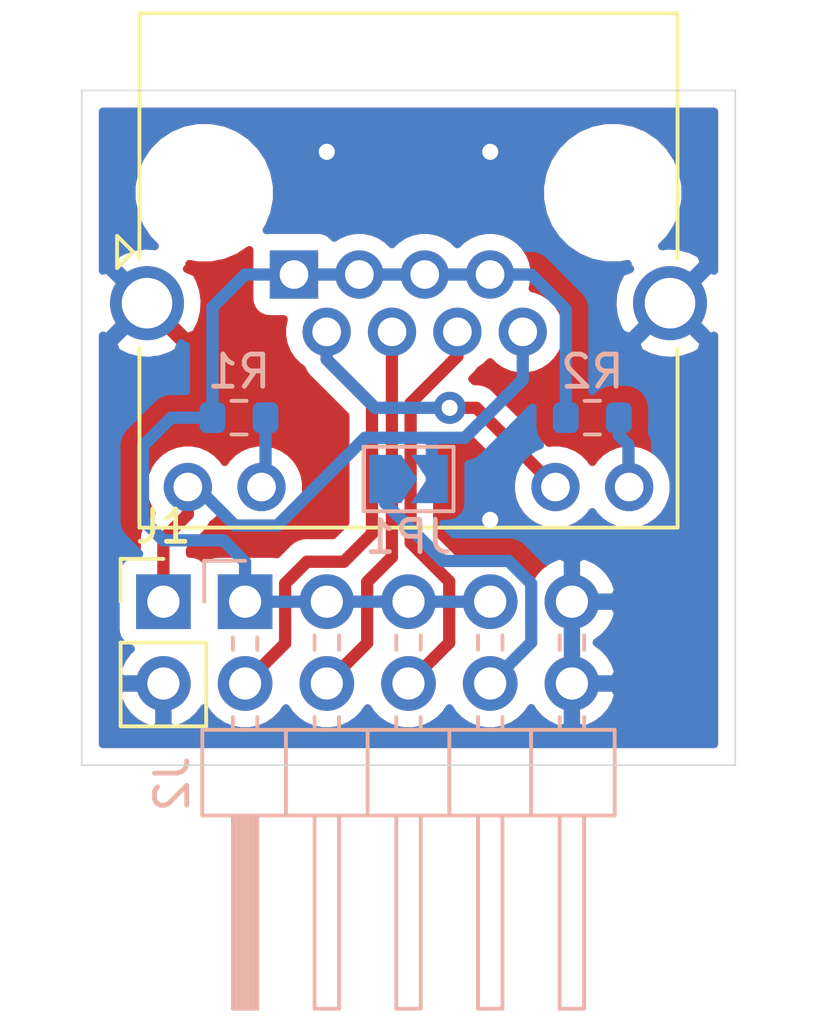
<source format=kicad_pcb>
(kicad_pcb (version 20171130) (host pcbnew "(5.1.10)-1")

  (general
    (thickness 1.6)
    (drawings 4)
    (tracks 72)
    (zones 0)
    (modules 6)
    (nets 10)
  )

  (page A4)
  (layers
    (0 F.Cu signal)
    (31 B.Cu signal)
    (32 B.Adhes user)
    (33 F.Adhes user)
    (34 B.Paste user)
    (35 F.Paste user)
    (36 B.SilkS user hide)
    (37 F.SilkS user hide)
    (38 B.Mask user)
    (39 F.Mask user)
    (40 Dwgs.User user)
    (41 Cmts.User user)
    (42 Eco1.User user)
    (43 Eco2.User user)
    (44 Edge.Cuts user)
    (45 Margin user)
    (46 B.CrtYd user)
    (47 F.CrtYd user)
    (48 B.Fab user hide)
    (49 F.Fab user hide)
  )

  (setup
    (last_trace_width 0.381)
    (user_trace_width 0.254)
    (user_trace_width 0.3048)
    (user_trace_width 0.381)
    (user_trace_width 0.508)
    (user_trace_width 0.762)
    (user_trace_width 1.27)
    (trace_clearance 0.2)
    (zone_clearance 0.508)
    (zone_45_only no)
    (trace_min 0.2)
    (via_size 0.8)
    (via_drill 0.4)
    (via_min_size 0.4)
    (via_min_drill 0.3)
    (user_via 0.8 0.4)
    (user_via 1 0.5)
    (user_via 1.5 0.75)
    (uvia_size 0.3)
    (uvia_drill 0.1)
    (uvias_allowed no)
    (uvia_min_size 0.2)
    (uvia_min_drill 0.1)
    (edge_width 0.05)
    (segment_width 0.2)
    (pcb_text_width 0.3)
    (pcb_text_size 1.5 1.5)
    (mod_edge_width 0.12)
    (mod_text_size 1 1)
    (mod_text_width 0.15)
    (pad_size 1.7 1.7)
    (pad_drill 1)
    (pad_to_mask_clearance 0)
    (aux_axis_origin 0 0)
    (visible_elements FFFFFF7F)
    (pcbplotparams
      (layerselection 0x010fc_ffffffff)
      (usegerberextensions false)
      (usegerberattributes true)
      (usegerberadvancedattributes true)
      (creategerberjobfile true)
      (excludeedgelayer true)
      (linewidth 0.100000)
      (plotframeref false)
      (viasonmask false)
      (mode 1)
      (useauxorigin false)
      (hpglpennumber 1)
      (hpglpenspeed 20)
      (hpglpendiameter 15.000000)
      (psnegative false)
      (psa4output false)
      (plotreference true)
      (plotvalue true)
      (plotinvisibletext false)
      (padsonsilk false)
      (subtractmaskfromsilk false)
      (outputformat 1)
      (mirror false)
      (drillshape 1)
      (scaleselection 1)
      (outputdirectory ""))
  )

  (net 0 "")
  (net 1 GND)
  (net 2 SPARE)
  (net 3 "Net-(J2-Pad8)")
  (net 4 vdrive)
  (net 5 DIR)
  (net 6 STEP)
  (net 7 EN)
  (net 8 "Net-(J3-Pad12)")
  (net 9 "Net-(J3-Pad10)")

  (net_class Default "This is the default net class."
    (clearance 0.2)
    (trace_width 0.25)
    (via_dia 0.8)
    (via_drill 0.4)
    (uvia_dia 0.3)
    (uvia_drill 0.1)
    (add_net DIR)
    (add_net EN)
    (add_net GND)
    (add_net "Net-(J2-Pad8)")
    (add_net "Net-(J3-Pad10)")
    (add_net "Net-(J3-Pad12)")
    (add_net SPARE)
    (add_net STEP)
    (add_net vdrive)
  )

  (module Resistor_SMD:R_0603_1608Metric (layer B.Cu) (tedit 5F68FEEE) (tstamp 61885634)
    (at 231.775 104.775 180)
    (descr "Resistor SMD 0603 (1608 Metric), square (rectangular) end terminal, IPC_7351 nominal, (Body size source: IPC-SM-782 page 72, https://www.pcb-3d.com/wordpress/wp-content/uploads/ipc-sm-782a_amendment_1_and_2.pdf), generated with kicad-footprint-generator")
    (tags resistor)
    (path /618A340C)
    (attr smd)
    (fp_text reference R2 (at 0 1.43) (layer B.SilkS)
      (effects (font (size 1 1) (thickness 0.15)) (justify mirror))
    )
    (fp_text value 1k (at 0 -1.43) (layer B.Fab)
      (effects (font (size 1 1) (thickness 0.15)) (justify mirror))
    )
    (fp_text user %R (at 0 0) (layer B.Fab)
      (effects (font (size 0.4 0.4) (thickness 0.06)) (justify mirror))
    )
    (fp_line (start -0.8 -0.4125) (end -0.8 0.4125) (layer B.Fab) (width 0.1))
    (fp_line (start -0.8 0.4125) (end 0.8 0.4125) (layer B.Fab) (width 0.1))
    (fp_line (start 0.8 0.4125) (end 0.8 -0.4125) (layer B.Fab) (width 0.1))
    (fp_line (start 0.8 -0.4125) (end -0.8 -0.4125) (layer B.Fab) (width 0.1))
    (fp_line (start -0.237258 0.5225) (end 0.237258 0.5225) (layer B.SilkS) (width 0.12))
    (fp_line (start -0.237258 -0.5225) (end 0.237258 -0.5225) (layer B.SilkS) (width 0.12))
    (fp_line (start -1.48 -0.73) (end -1.48 0.73) (layer B.CrtYd) (width 0.05))
    (fp_line (start -1.48 0.73) (end 1.48 0.73) (layer B.CrtYd) (width 0.05))
    (fp_line (start 1.48 0.73) (end 1.48 -0.73) (layer B.CrtYd) (width 0.05))
    (fp_line (start 1.48 -0.73) (end -1.48 -0.73) (layer B.CrtYd) (width 0.05))
    (pad 2 smd roundrect (at 0.825 0 180) (size 0.8 0.95) (layers B.Cu B.Paste B.Mask) (roundrect_rratio 0.25)
      (net 4 vdrive))
    (pad 1 smd roundrect (at -0.825 0 180) (size 0.8 0.95) (layers B.Cu B.Paste B.Mask) (roundrect_rratio 0.25)
      (net 8 "Net-(J3-Pad12)"))
    (model ${KISYS3DMOD}/Resistor_SMD.3dshapes/R_0603_1608Metric.wrl
      (at (xyz 0 0 0))
      (scale (xyz 1 1 1))
      (rotate (xyz 0 0 0))
    )
  )

  (module Resistor_SMD:R_0603_1608Metric (layer B.Cu) (tedit 5F68FEEE) (tstamp 61885623)
    (at 220.79 104.775 180)
    (descr "Resistor SMD 0603 (1608 Metric), square (rectangular) end terminal, IPC_7351 nominal, (Body size source: IPC-SM-782 page 72, https://www.pcb-3d.com/wordpress/wp-content/uploads/ipc-sm-782a_amendment_1_and_2.pdf), generated with kicad-footprint-generator")
    (tags resistor)
    (path /618A15E4)
    (attr smd)
    (fp_text reference R1 (at 0 1.43) (layer B.SilkS)
      (effects (font (size 1 1) (thickness 0.15)) (justify mirror))
    )
    (fp_text value 1k (at 0 -1.43) (layer B.Fab)
      (effects (font (size 1 1) (thickness 0.15)) (justify mirror))
    )
    (fp_text user %R (at 0 0) (layer B.Fab)
      (effects (font (size 0.4 0.4) (thickness 0.06)) (justify mirror))
    )
    (fp_line (start -0.8 -0.4125) (end -0.8 0.4125) (layer B.Fab) (width 0.1))
    (fp_line (start -0.8 0.4125) (end 0.8 0.4125) (layer B.Fab) (width 0.1))
    (fp_line (start 0.8 0.4125) (end 0.8 -0.4125) (layer B.Fab) (width 0.1))
    (fp_line (start 0.8 -0.4125) (end -0.8 -0.4125) (layer B.Fab) (width 0.1))
    (fp_line (start -0.237258 0.5225) (end 0.237258 0.5225) (layer B.SilkS) (width 0.12))
    (fp_line (start -0.237258 -0.5225) (end 0.237258 -0.5225) (layer B.SilkS) (width 0.12))
    (fp_line (start -1.48 -0.73) (end -1.48 0.73) (layer B.CrtYd) (width 0.05))
    (fp_line (start -1.48 0.73) (end 1.48 0.73) (layer B.CrtYd) (width 0.05))
    (fp_line (start 1.48 0.73) (end 1.48 -0.73) (layer B.CrtYd) (width 0.05))
    (fp_line (start 1.48 -0.73) (end -1.48 -0.73) (layer B.CrtYd) (width 0.05))
    (pad 2 smd roundrect (at 0.825 0 180) (size 0.8 0.95) (layers B.Cu B.Paste B.Mask) (roundrect_rratio 0.25)
      (net 4 vdrive))
    (pad 1 smd roundrect (at -0.825 0 180) (size 0.8 0.95) (layers B.Cu B.Paste B.Mask) (roundrect_rratio 0.25)
      (net 9 "Net-(J3-Pad10)"))
    (model ${KISYS3DMOD}/Resistor_SMD.3dshapes/R_0603_1608Metric.wrl
      (at (xyz 0 0 0))
      (scale (xyz 1 1 1))
      (rotate (xyz 0 0 0))
    )
  )

  (module Jumper:SolderJumper-2_P1.3mm_Open_TrianglePad1.0x1.5mm (layer B.Cu) (tedit 5A64794F) (tstamp 61885612)
    (at 226.06 106.68)
    (descr "SMD Solder Jumper, 1x1.5mm Triangular Pads, 0.3mm gap, open")
    (tags "solder jumper open")
    (path /618AD4CF)
    (attr virtual)
    (fp_text reference JP1 (at 0 1.8) (layer B.SilkS)
      (effects (font (size 1 1) (thickness 0.15)) (justify mirror))
    )
    (fp_text value SolderJumper_2_Open (at 0 -1.9) (layer B.Fab)
      (effects (font (size 1 1) (thickness 0.15)) (justify mirror))
    )
    (fp_line (start -1.4 -1) (end -1.4 1) (layer B.SilkS) (width 0.12))
    (fp_line (start 1.4 -1) (end -1.4 -1) (layer B.SilkS) (width 0.12))
    (fp_line (start 1.4 1) (end 1.4 -1) (layer B.SilkS) (width 0.12))
    (fp_line (start -1.4 1) (end 1.4 1) (layer B.SilkS) (width 0.12))
    (fp_line (start -1.65 1.25) (end 1.65 1.25) (layer B.CrtYd) (width 0.05))
    (fp_line (start -1.65 1.25) (end -1.65 -1.25) (layer B.CrtYd) (width 0.05))
    (fp_line (start 1.65 -1.25) (end 1.65 1.25) (layer B.CrtYd) (width 0.05))
    (fp_line (start 1.65 -1.25) (end -1.65 -1.25) (layer B.CrtYd) (width 0.05))
    (pad 1 smd custom (at -0.725 0) (size 0.3 0.3) (layers B.Cu B.Mask)
      (net 3 "Net-(J2-Pad8)") (zone_connect 2)
      (options (clearance outline) (anchor rect))
      (primitives
        (gr_poly (pts
           (xy -0.5 0.75) (xy 0.5 0.75) (xy 1 0) (xy 0.5 -0.75) (xy -0.5 -0.75)
) (width 0))
      ))
    (pad 2 smd custom (at 0.725 0) (size 0.3 0.3) (layers B.Cu B.Mask)
      (net 2 SPARE) (zone_connect 2)
      (options (clearance outline) (anchor rect))
      (primitives
        (gr_poly (pts
           (xy -0.65 0.75) (xy 0.5 0.75) (xy 0.5 -0.75) (xy -0.65 -0.75) (xy -0.15 0)
) (width 0))
      ))
  )

  (module Connector_RJ:RJ45_Amphenol_RJHSE538X (layer F.Cu) (tedit 5DC089DA) (tstamp 61885604)
    (at 222.5 100.33)
    (descr "Shielded, 2 LED, https://www.amphenolcanada.com/ProductSearch/drawings/AC/RJHSE538X.pdf")
    (tags "RJ45 8p8c ethernet cat5")
    (path /61899824)
    (fp_text reference J3 (at 3.56 -9.5) (layer F.SilkS)
      (effects (font (size 1 1) (thickness 0.15)))
    )
    (fp_text value RJ45_LED_Shielded_x2 (at 3.56 9.5) (layer F.Fab)
      (effects (font (size 1 1) (thickness 0.15)))
    )
    (fp_text user %R (at 3.56 -6) (layer F.Fab)
      (effects (font (size 1 1) (thickness 0.15)))
    )
    (fp_line (start -4.695 -7) (end -4.695 7.75) (layer F.Fab) (width 0.1))
    (fp_line (start -4.695 7.75) (end 11.815 7.75) (layer F.Fab) (width 0.1))
    (fp_line (start -3.695 -8) (end 11.815 -8) (layer F.Fab) (width 0.1))
    (fp_line (start 11.815 -8) (end 11.815 7.75) (layer F.Fab) (width 0.1))
    (fp_line (start -4.805 -8.11) (end 11.925 -8.11) (layer F.SilkS) (width 0.12))
    (fp_line (start -4.805 -8.11) (end -4.805 -0.5) (layer F.SilkS) (width 0.12))
    (fp_line (start 11.925 -8.11) (end 11.925 -0.5) (layer F.SilkS) (width 0.12))
    (fp_line (start -4.805 7.86) (end 11.925 7.86) (layer F.SilkS) (width 0.12))
    (fp_line (start -4.805 7.86) (end -4.805 2.3) (layer F.SilkS) (width 0.12))
    (fp_line (start 11.925 7.86) (end 11.925 2.3) (layer F.SilkS) (width 0.12))
    (fp_line (start -4.695 -7) (end -3.695 -8) (layer F.Fab) (width 0.1))
    (fp_line (start -6.22 -8.5) (end 13.34 -8.5) (layer F.CrtYd) (width 0.05))
    (fp_line (start -6.22 -8.5) (end -6.22 8.25) (layer F.CrtYd) (width 0.05))
    (fp_line (start -6.22 8.25) (end 13.34 8.25) (layer F.CrtYd) (width 0.05))
    (fp_line (start 13.34 -8.5) (end 13.34 8.25) (layer F.CrtYd) (width 0.05))
    (fp_line (start -5 -0.7) (end -5.5 -0.2) (layer F.SilkS) (width 0.12))
    (fp_line (start -5.5 -0.2) (end -5.5 -1.2) (layer F.SilkS) (width 0.12))
    (fp_line (start -5.5 -1.2) (end -5 -0.7) (layer F.SilkS) (width 0.12))
    (pad 12 thru_hole circle (at 10.42 6.6) (size 1.5 1.5) (drill 0.89) (layers *.Cu *.Mask)
      (net 8 "Net-(J3-Pad12)"))
    (pad 11 thru_hole circle (at 8.13 6.6) (size 1.5 1.5) (drill 0.89) (layers *.Cu *.Mask)
      (net 7 EN))
    (pad 10 thru_hole circle (at -1.01 6.6) (size 1.5 1.5) (drill 0.89) (layers *.Cu *.Mask)
      (net 9 "Net-(J3-Pad10)"))
    (pad 9 thru_hole circle (at -3.3 6.6) (size 1.5 1.5) (drill 0.89) (layers *.Cu *.Mask)
      (net 2 SPARE))
    (pad SH thru_hole circle (at -4.57 0.89) (size 2.3 2.3) (drill 1.57) (layers *.Cu *.Mask)
      (net 1 GND))
    (pad SH thru_hole circle (at 11.69 0.89) (size 2.3 2.3) (drill 1.57) (layers *.Cu *.Mask)
      (net 1 GND))
    (pad "" np_thru_hole circle (at 9.91 -2.54) (size 3.25 3.25) (drill 3.25) (layers *.Cu *.Mask))
    (pad "" np_thru_hole circle (at -2.79 -2.54) (size 3.25 3.25) (drill 3.25) (layers *.Cu *.Mask))
    (pad 8 thru_hole circle (at 7.112 1.78) (size 1.5 1.5) (drill 0.89) (layers *.Cu *.Mask)
      (net 2 SPARE))
    (pad 6 thru_hole circle (at 5.08 1.78) (size 1.5 1.5) (drill 0.89) (layers *.Cu *.Mask)
      (net 5 DIR))
    (pad 4 thru_hole circle (at 3.048 1.78) (size 1.5 1.5) (drill 0.89) (layers *.Cu *.Mask)
      (net 6 STEP))
    (pad 2 thru_hole circle (at 1.016 1.78) (size 1.5 1.5) (drill 0.89) (layers *.Cu *.Mask)
      (net 7 EN))
    (pad 7 thru_hole circle (at 6.096 0) (size 1.5 1.5) (drill 0.89) (layers *.Cu *.Mask)
      (net 4 vdrive))
    (pad 5 thru_hole circle (at 4.064 0) (size 1.5 1.5) (drill 0.89) (layers *.Cu *.Mask)
      (net 4 vdrive))
    (pad 3 thru_hole circle (at 2.032 0) (size 1.5 1.5) (drill 0.89) (layers *.Cu *.Mask)
      (net 4 vdrive))
    (pad 1 thru_hole rect (at 0 0) (size 1.5 1.5) (drill 0.89) (layers *.Cu *.Mask)
      (net 4 vdrive))
    (model ${KISYS3DMOD}/Connector_RJ.3dshapes/RJ45_Amphenol_RJHSE538X.wrl
      (at (xyz 0 0 0))
      (scale (xyz 1 1 1))
      (rotate (xyz 0 0 0))
    )
  )

  (module Connector_PinHeader_2.54mm:PinHeader_2x05_P2.54mm_Horizontal (layer B.Cu) (tedit 59FED5CB) (tstamp 618855DD)
    (at 220.98 110.49 270)
    (descr "Through hole angled pin header, 2x05, 2.54mm pitch, 6mm pin length, double rows")
    (tags "Through hole angled pin header THT 2x05 2.54mm double row")
    (path /6188279D)
    (fp_text reference J2 (at 5.655 2.27 90) (layer B.SilkS)
      (effects (font (size 1 1) (thickness 0.15)) (justify mirror))
    )
    (fp_text value MAINBOARD (at 5.655 -12.43 90) (layer B.Fab)
      (effects (font (size 1 1) (thickness 0.15)) (justify mirror))
    )
    (fp_text user %R (at 5.31 -5.08 180) (layer B.Fab)
      (effects (font (size 1 1) (thickness 0.15)) (justify mirror))
    )
    (fp_line (start 4.675 1.27) (end 6.58 1.27) (layer B.Fab) (width 0.1))
    (fp_line (start 6.58 1.27) (end 6.58 -11.43) (layer B.Fab) (width 0.1))
    (fp_line (start 6.58 -11.43) (end 4.04 -11.43) (layer B.Fab) (width 0.1))
    (fp_line (start 4.04 -11.43) (end 4.04 0.635) (layer B.Fab) (width 0.1))
    (fp_line (start 4.04 0.635) (end 4.675 1.27) (layer B.Fab) (width 0.1))
    (fp_line (start -0.32 0.32) (end 4.04 0.32) (layer B.Fab) (width 0.1))
    (fp_line (start -0.32 0.32) (end -0.32 -0.32) (layer B.Fab) (width 0.1))
    (fp_line (start -0.32 -0.32) (end 4.04 -0.32) (layer B.Fab) (width 0.1))
    (fp_line (start 6.58 0.32) (end 12.58 0.32) (layer B.Fab) (width 0.1))
    (fp_line (start 12.58 0.32) (end 12.58 -0.32) (layer B.Fab) (width 0.1))
    (fp_line (start 6.58 -0.32) (end 12.58 -0.32) (layer B.Fab) (width 0.1))
    (fp_line (start -0.32 -2.22) (end 4.04 -2.22) (layer B.Fab) (width 0.1))
    (fp_line (start -0.32 -2.22) (end -0.32 -2.86) (layer B.Fab) (width 0.1))
    (fp_line (start -0.32 -2.86) (end 4.04 -2.86) (layer B.Fab) (width 0.1))
    (fp_line (start 6.58 -2.22) (end 12.58 -2.22) (layer B.Fab) (width 0.1))
    (fp_line (start 12.58 -2.22) (end 12.58 -2.86) (layer B.Fab) (width 0.1))
    (fp_line (start 6.58 -2.86) (end 12.58 -2.86) (layer B.Fab) (width 0.1))
    (fp_line (start -0.32 -4.76) (end 4.04 -4.76) (layer B.Fab) (width 0.1))
    (fp_line (start -0.32 -4.76) (end -0.32 -5.4) (layer B.Fab) (width 0.1))
    (fp_line (start -0.32 -5.4) (end 4.04 -5.4) (layer B.Fab) (width 0.1))
    (fp_line (start 6.58 -4.76) (end 12.58 -4.76) (layer B.Fab) (width 0.1))
    (fp_line (start 12.58 -4.76) (end 12.58 -5.4) (layer B.Fab) (width 0.1))
    (fp_line (start 6.58 -5.4) (end 12.58 -5.4) (layer B.Fab) (width 0.1))
    (fp_line (start -0.32 -7.3) (end 4.04 -7.3) (layer B.Fab) (width 0.1))
    (fp_line (start -0.32 -7.3) (end -0.32 -7.94) (layer B.Fab) (width 0.1))
    (fp_line (start -0.32 -7.94) (end 4.04 -7.94) (layer B.Fab) (width 0.1))
    (fp_line (start 6.58 -7.3) (end 12.58 -7.3) (layer B.Fab) (width 0.1))
    (fp_line (start 12.58 -7.3) (end 12.58 -7.94) (layer B.Fab) (width 0.1))
    (fp_line (start 6.58 -7.94) (end 12.58 -7.94) (layer B.Fab) (width 0.1))
    (fp_line (start -0.32 -9.84) (end 4.04 -9.84) (layer B.Fab) (width 0.1))
    (fp_line (start -0.32 -9.84) (end -0.32 -10.48) (layer B.Fab) (width 0.1))
    (fp_line (start -0.32 -10.48) (end 4.04 -10.48) (layer B.Fab) (width 0.1))
    (fp_line (start 6.58 -9.84) (end 12.58 -9.84) (layer B.Fab) (width 0.1))
    (fp_line (start 12.58 -9.84) (end 12.58 -10.48) (layer B.Fab) (width 0.1))
    (fp_line (start 6.58 -10.48) (end 12.58 -10.48) (layer B.Fab) (width 0.1))
    (fp_line (start 3.98 1.33) (end 3.98 -11.49) (layer B.SilkS) (width 0.12))
    (fp_line (start 3.98 -11.49) (end 6.64 -11.49) (layer B.SilkS) (width 0.12))
    (fp_line (start 6.64 -11.49) (end 6.64 1.33) (layer B.SilkS) (width 0.12))
    (fp_line (start 6.64 1.33) (end 3.98 1.33) (layer B.SilkS) (width 0.12))
    (fp_line (start 6.64 0.38) (end 12.64 0.38) (layer B.SilkS) (width 0.12))
    (fp_line (start 12.64 0.38) (end 12.64 -0.38) (layer B.SilkS) (width 0.12))
    (fp_line (start 12.64 -0.38) (end 6.64 -0.38) (layer B.SilkS) (width 0.12))
    (fp_line (start 6.64 0.32) (end 12.64 0.32) (layer B.SilkS) (width 0.12))
    (fp_line (start 6.64 0.2) (end 12.64 0.2) (layer B.SilkS) (width 0.12))
    (fp_line (start 6.64 0.08) (end 12.64 0.08) (layer B.SilkS) (width 0.12))
    (fp_line (start 6.64 -0.04) (end 12.64 -0.04) (layer B.SilkS) (width 0.12))
    (fp_line (start 6.64 -0.16) (end 12.64 -0.16) (layer B.SilkS) (width 0.12))
    (fp_line (start 6.64 -0.28) (end 12.64 -0.28) (layer B.SilkS) (width 0.12))
    (fp_line (start 3.582929 0.38) (end 3.98 0.38) (layer B.SilkS) (width 0.12))
    (fp_line (start 3.582929 -0.38) (end 3.98 -0.38) (layer B.SilkS) (width 0.12))
    (fp_line (start 1.11 0.38) (end 1.497071 0.38) (layer B.SilkS) (width 0.12))
    (fp_line (start 1.11 -0.38) (end 1.497071 -0.38) (layer B.SilkS) (width 0.12))
    (fp_line (start 3.98 -1.27) (end 6.64 -1.27) (layer B.SilkS) (width 0.12))
    (fp_line (start 6.64 -2.16) (end 12.64 -2.16) (layer B.SilkS) (width 0.12))
    (fp_line (start 12.64 -2.16) (end 12.64 -2.92) (layer B.SilkS) (width 0.12))
    (fp_line (start 12.64 -2.92) (end 6.64 -2.92) (layer B.SilkS) (width 0.12))
    (fp_line (start 3.582929 -2.16) (end 3.98 -2.16) (layer B.SilkS) (width 0.12))
    (fp_line (start 3.582929 -2.92) (end 3.98 -2.92) (layer B.SilkS) (width 0.12))
    (fp_line (start 1.042929 -2.16) (end 1.497071 -2.16) (layer B.SilkS) (width 0.12))
    (fp_line (start 1.042929 -2.92) (end 1.497071 -2.92) (layer B.SilkS) (width 0.12))
    (fp_line (start 3.98 -3.81) (end 6.64 -3.81) (layer B.SilkS) (width 0.12))
    (fp_line (start 6.64 -4.7) (end 12.64 -4.7) (layer B.SilkS) (width 0.12))
    (fp_line (start 12.64 -4.7) (end 12.64 -5.46) (layer B.SilkS) (width 0.12))
    (fp_line (start 12.64 -5.46) (end 6.64 -5.46) (layer B.SilkS) (width 0.12))
    (fp_line (start 3.582929 -4.7) (end 3.98 -4.7) (layer B.SilkS) (width 0.12))
    (fp_line (start 3.582929 -5.46) (end 3.98 -5.46) (layer B.SilkS) (width 0.12))
    (fp_line (start 1.042929 -4.7) (end 1.497071 -4.7) (layer B.SilkS) (width 0.12))
    (fp_line (start 1.042929 -5.46) (end 1.497071 -5.46) (layer B.SilkS) (width 0.12))
    (fp_line (start 3.98 -6.35) (end 6.64 -6.35) (layer B.SilkS) (width 0.12))
    (fp_line (start 6.64 -7.24) (end 12.64 -7.24) (layer B.SilkS) (width 0.12))
    (fp_line (start 12.64 -7.24) (end 12.64 -8) (layer B.SilkS) (width 0.12))
    (fp_line (start 12.64 -8) (end 6.64 -8) (layer B.SilkS) (width 0.12))
    (fp_line (start 3.582929 -7.24) (end 3.98 -7.24) (layer B.SilkS) (width 0.12))
    (fp_line (start 3.582929 -8) (end 3.98 -8) (layer B.SilkS) (width 0.12))
    (fp_line (start 1.042929 -7.24) (end 1.497071 -7.24) (layer B.SilkS) (width 0.12))
    (fp_line (start 1.042929 -8) (end 1.497071 -8) (layer B.SilkS) (width 0.12))
    (fp_line (start 3.98 -8.89) (end 6.64 -8.89) (layer B.SilkS) (width 0.12))
    (fp_line (start 6.64 -9.78) (end 12.64 -9.78) (layer B.SilkS) (width 0.12))
    (fp_line (start 12.64 -9.78) (end 12.64 -10.54) (layer B.SilkS) (width 0.12))
    (fp_line (start 12.64 -10.54) (end 6.64 -10.54) (layer B.SilkS) (width 0.12))
    (fp_line (start 3.582929 -9.78) (end 3.98 -9.78) (layer B.SilkS) (width 0.12))
    (fp_line (start 3.582929 -10.54) (end 3.98 -10.54) (layer B.SilkS) (width 0.12))
    (fp_line (start 1.042929 -9.78) (end 1.497071 -9.78) (layer B.SilkS) (width 0.12))
    (fp_line (start 1.042929 -10.54) (end 1.497071 -10.54) (layer B.SilkS) (width 0.12))
    (fp_line (start -1.27 0) (end -1.27 1.27) (layer B.SilkS) (width 0.12))
    (fp_line (start -1.27 1.27) (end 0 1.27) (layer B.SilkS) (width 0.12))
    (fp_line (start -1.8 1.8) (end -1.8 -11.95) (layer B.CrtYd) (width 0.05))
    (fp_line (start -1.8 -11.95) (end 13.1 -11.95) (layer B.CrtYd) (width 0.05))
    (fp_line (start 13.1 -11.95) (end 13.1 1.8) (layer B.CrtYd) (width 0.05))
    (fp_line (start 13.1 1.8) (end -1.8 1.8) (layer B.CrtYd) (width 0.05))
    (pad 10 thru_hole oval (at 2.54 -10.16 270) (size 1.7 1.7) (drill 1) (layers *.Cu *.Mask)
      (net 1 GND))
    (pad 9 thru_hole oval (at 0 -10.16 270) (size 1.7 1.7) (drill 1) (layers *.Cu *.Mask)
      (net 1 GND))
    (pad 8 thru_hole oval (at 2.54 -7.62 270) (size 1.7 1.7) (drill 1) (layers *.Cu *.Mask)
      (net 3 "Net-(J2-Pad8)"))
    (pad 7 thru_hole oval (at 0 -7.62 270) (size 1.7 1.7) (drill 1) (layers *.Cu *.Mask)
      (net 4 vdrive))
    (pad 6 thru_hole oval (at 2.54 -5.08 270) (size 1.7 1.7) (drill 1) (layers *.Cu *.Mask)
      (net 5 DIR))
    (pad 5 thru_hole oval (at 0 -5.08 270) (size 1.7 1.7) (drill 1) (layers *.Cu *.Mask)
      (net 4 vdrive))
    (pad 4 thru_hole oval (at 2.54 -2.54 270) (size 1.7 1.7) (drill 1) (layers *.Cu *.Mask)
      (net 6 STEP))
    (pad 3 thru_hole oval (at 0 -2.54 270) (size 1.7 1.7) (drill 1) (layers *.Cu *.Mask)
      (net 4 vdrive))
    (pad 2 thru_hole oval (at 2.54 0 270) (size 1.7 1.7) (drill 1) (layers *.Cu *.Mask)
      (net 7 EN))
    (pad 1 thru_hole rect (at 0 0 270) (size 1.7 1.7) (drill 1) (layers *.Cu *.Mask)
      (net 4 vdrive))
    (model ${KISYS3DMOD}/Connector_PinHeader_2.54mm.3dshapes/PinHeader_2x05_P2.54mm_Horizontal.wrl
      (at (xyz 0 0 0))
      (scale (xyz 1 1 1))
      (rotate (xyz 0 0 0))
    )
  )

  (module Connector_PinHeader_2.54mm:PinHeader_1x02_P2.54mm_Vertical (layer F.Cu) (tedit 59FED5CC) (tstamp 61885574)
    (at 218.44 110.49)
    (descr "Through hole straight pin header, 1x02, 2.54mm pitch, single row")
    (tags "Through hole pin header THT 1x02 2.54mm single row")
    (path /618B147B)
    (fp_text reference J1 (at 0 -2.33) (layer F.SilkS)
      (effects (font (size 1 1) (thickness 0.15)))
    )
    (fp_text value HLFB (at 0 4.87) (layer F.Fab)
      (effects (font (size 1 1) (thickness 0.15)))
    )
    (fp_text user %R (at 0 1.27 90) (layer F.Fab)
      (effects (font (size 1 1) (thickness 0.15)))
    )
    (fp_line (start -0.635 -1.27) (end 1.27 -1.27) (layer F.Fab) (width 0.1))
    (fp_line (start 1.27 -1.27) (end 1.27 3.81) (layer F.Fab) (width 0.1))
    (fp_line (start 1.27 3.81) (end -1.27 3.81) (layer F.Fab) (width 0.1))
    (fp_line (start -1.27 3.81) (end -1.27 -0.635) (layer F.Fab) (width 0.1))
    (fp_line (start -1.27 -0.635) (end -0.635 -1.27) (layer F.Fab) (width 0.1))
    (fp_line (start -1.33 3.87) (end 1.33 3.87) (layer F.SilkS) (width 0.12))
    (fp_line (start -1.33 1.27) (end -1.33 3.87) (layer F.SilkS) (width 0.12))
    (fp_line (start 1.33 1.27) (end 1.33 3.87) (layer F.SilkS) (width 0.12))
    (fp_line (start -1.33 1.27) (end 1.33 1.27) (layer F.SilkS) (width 0.12))
    (fp_line (start -1.33 0) (end -1.33 -1.33) (layer F.SilkS) (width 0.12))
    (fp_line (start -1.33 -1.33) (end 0 -1.33) (layer F.SilkS) (width 0.12))
    (fp_line (start -1.8 -1.8) (end -1.8 4.35) (layer F.CrtYd) (width 0.05))
    (fp_line (start -1.8 4.35) (end 1.8 4.35) (layer F.CrtYd) (width 0.05))
    (fp_line (start 1.8 4.35) (end 1.8 -1.8) (layer F.CrtYd) (width 0.05))
    (fp_line (start 1.8 -1.8) (end -1.8 -1.8) (layer F.CrtYd) (width 0.05))
    (pad 2 thru_hole oval (at 0 2.54) (size 1.7 1.7) (drill 1) (layers *.Cu *.Mask)
      (net 1 GND))
    (pad 1 thru_hole rect (at 0 0) (size 1.7 1.7) (drill 1) (layers *.Cu *.Mask)
      (net 2 SPARE))
    (model ${KISYS3DMOD}/Connector_PinHeader_2.54mm.3dshapes/PinHeader_1x02_P2.54mm_Vertical.wrl
      (at (xyz 0 0 0))
      (scale (xyz 1 1 1))
      (rotate (xyz 0 0 0))
    )
  )

  (gr_line (start 215.9 94.615) (end 215.9 115.57) (layer Edge.Cuts) (width 0.05) (tstamp 61886382))
  (gr_line (start 236.22 94.615) (end 215.9 94.615) (layer Edge.Cuts) (width 0.05))
  (gr_line (start 236.22 115.57) (end 236.22 94.615) (layer Edge.Cuts) (width 0.05))
  (gr_line (start 215.9 115.57) (end 236.22 115.57) (layer Edge.Cuts) (width 0.05))

  (via (at 228.6 107.95) (size 1) (drill 0.5) (layers F.Cu B.Cu) (net 1))
  (via (at 223.52 96.52) (size 1) (drill 0.5) (layers F.Cu B.Cu) (net 1))
  (via (at 228.6 96.52) (size 1) (drill 0.5) (layers F.Cu B.Cu) (net 1))
  (segment (start 219.2 107.775) (end 219.2 106.93) (width 0.381) (layer F.Cu) (net 2))
  (segment (start 218.44 108.535) (end 219.2 107.775) (width 0.381) (layer F.Cu) (net 2))
  (segment (start 218.44 110.49) (end 218.44 108.535) (width 0.381) (layer F.Cu) (net 2))
  (segment (start 219.472672 106.93) (end 219.2 106.93) (width 0.381) (layer B.Cu) (net 2))
  (segment (start 220.667672 108.125) (end 219.472672 106.93) (width 0.381) (layer B.Cu) (net 2))
  (segment (start 221.982942 108.125) (end 220.667672 108.125) (width 0.381) (layer B.Cu) (net 2))
  (segment (start 224.707942 105.4) (end 221.982942 108.125) (width 0.381) (layer B.Cu) (net 2))
  (segment (start 226.785 105.4) (end 224.707942 105.4) (width 0.381) (layer B.Cu) (net 2))
  (segment (start 226.785 106.68) (end 226.785 105.4) (width 0.381) (layer B.Cu) (net 2))
  (segment (start 229.612 102.11) (end 229.612 103.595942) (width 0.381) (layer B.Cu) (net 2))
  (segment (start 229.612 103.595942) (end 227.807441 105.400501) (width 0.381) (layer B.Cu) (net 2))
  (segment (start 227.807441 105.400501) (end 226.785501 105.400501) (width 0.381) (layer B.Cu) (net 2))
  (segment (start 226.785501 105.400501) (end 226.785 105.4) (width 0.381) (layer B.Cu) (net 2))
  (segment (start 229.875 111.755) (end 228.6 113.03) (width 0.381) (layer B.Cu) (net 3))
  (segment (start 229.875 109.929058) (end 229.875 111.755) (width 0.381) (layer B.Cu) (net 3))
  (segment (start 229.170942 109.225) (end 229.875 109.929058) (width 0.381) (layer B.Cu) (net 3))
  (segment (start 227.13 109.225) (end 229.170942 109.225) (width 0.381) (layer B.Cu) (net 3))
  (segment (start 225.335 107.43) (end 227.13 109.225) (width 0.381) (layer B.Cu) (net 3))
  (segment (start 225.335 106.68) (end 225.335 107.43) (width 0.381) (layer B.Cu) (net 3))
  (segment (start 228.596 100.33) (end 226.564 100.33) (width 0.381) (layer B.Cu) (net 4))
  (segment (start 224.532 100.33) (end 226.564 100.33) (width 0.381) (layer B.Cu) (net 4))
  (segment (start 224.532 100.33) (end 222.5 100.33) (width 0.381) (layer B.Cu) (net 4))
  (segment (start 220.98 110.49) (end 223.52 110.49) (width 0.381) (layer B.Cu) (net 4))
  (segment (start 223.52 110.49) (end 226.06 110.49) (width 0.381) (layer B.Cu) (net 4))
  (segment (start 226.06 110.49) (end 228.6 110.49) (width 0.381) (layer B.Cu) (net 4))
  (segment (start 219.965 101.345) (end 219.965 104.775) (width 0.381) (layer B.Cu) (net 4))
  (segment (start 220.98 100.33) (end 219.965 101.345) (width 0.381) (layer B.Cu) (net 4))
  (segment (start 222.5 100.33) (end 220.98 100.33) (width 0.381) (layer B.Cu) (net 4))
  (segment (start 230.95 101.41) (end 230.95 104.775) (width 0.381) (layer B.Cu) (net 4))
  (segment (start 229.87 100.33) (end 230.95 101.41) (width 0.381) (layer B.Cu) (net 4))
  (segment (start 228.596 100.33) (end 229.87 100.33) (width 0.381) (layer B.Cu) (net 4))
  (segment (start 218.685 104.775) (end 219.965 104.775) (width 0.381) (layer B.Cu) (net 4))
  (segment (start 217.805 105.655) (end 218.685 104.775) (width 0.381) (layer B.Cu) (net 4))
  (segment (start 218.44 108.585) (end 217.805 107.95) (width 0.381) (layer B.Cu) (net 4))
  (segment (start 220.306 108.585) (end 218.44 108.585) (width 0.381) (layer B.Cu) (net 4))
  (segment (start 217.805 107.95) (end 217.805 105.655) (width 0.381) (layer B.Cu) (net 4))
  (segment (start 220.98 109.259) (end 220.306 108.585) (width 0.381) (layer B.Cu) (net 4))
  (segment (start 220.98 110.49) (end 220.98 109.259) (width 0.381) (layer B.Cu) (net 4))
  (segment (start 227.58 102.11) (end 227.58 102.87) (width 0.381) (layer F.Cu) (net 5))
  (segment (start 227.58 102.87) (end 226.125 104.325) (width 0.381) (layer F.Cu) (net 5))
  (segment (start 227.325 111.765) (end 226.06 113.03) (width 0.381) (layer F.Cu) (net 5))
  (segment (start 226.125 104.325) (end 226.125 108.66006) (width 0.381) (layer F.Cu) (net 5))
  (segment (start 226.125 108.66006) (end 227.325 109.86006) (width 0.381) (layer F.Cu) (net 5))
  (segment (start 227.325 109.86006) (end 227.325 111.765) (width 0.381) (layer F.Cu) (net 5))
  (segment (start 224.775 111.775) (end 223.52 113.03) (width 0.381) (layer F.Cu) (net 6))
  (segment (start 224.775 109.875) (end 224.775 111.775) (width 0.381) (layer F.Cu) (net 6))
  (segment (start 225.543989 109.106011) (end 224.775 109.875) (width 0.381) (layer F.Cu) (net 6))
  (segment (start 225.543989 102.114011) (end 225.543989 109.106011) (width 0.381) (layer F.Cu) (net 6))
  (segment (start 225.548 102.11) (end 225.543989 102.114011) (width 0.381) (layer F.Cu) (net 6))
  (segment (start 222.225 111.785) (end 220.98 113.03) (width 0.381) (layer F.Cu) (net 7))
  (segment (start 222.225 109.925) (end 222.225 111.785) (width 0.381) (layer F.Cu) (net 7))
  (segment (start 222.900501 109.249499) (end 222.225 109.925) (width 0.381) (layer F.Cu) (net 7))
  (segment (start 224.050501 109.249499) (end 222.900501 109.249499) (width 0.381) (layer F.Cu) (net 7))
  (segment (start 224.925 108.375) (end 224.050501 109.249499) (width 0.381) (layer F.Cu) (net 7))
  (segment (start 223.516 102.966) (end 224.925 104.375) (width 0.381) (layer F.Cu) (net 7))
  (segment (start 224.925 104.375) (end 224.925 108.375) (width 0.381) (layer F.Cu) (net 7))
  (segment (start 223.516 102.11) (end 223.516 102.966) (width 0.381) (layer F.Cu) (net 7))
  (segment (start 230.63 106.93) (end 228.17 104.47) (width 0.381) (layer F.Cu) (net 7))
  (via (at 227.34 104.47) (size 1) (drill 0.5) (layers F.Cu B.Cu) (net 7))
  (segment (start 228.17 104.47) (end 227.34 104.47) (width 0.381) (layer F.Cu) (net 7))
  (segment (start 223.516 102.966) (end 225.02 104.47) (width 0.381) (layer B.Cu) (net 7))
  (segment (start 225.02 104.47) (end 227.34 104.47) (width 0.381) (layer B.Cu) (net 7))
  (segment (start 223.516 102.11) (end 223.516 102.966) (width 0.381) (layer B.Cu) (net 7))
  (segment (start 232.6 105.325) (end 232.6 104.775) (width 0.381) (layer B.Cu) (net 8))
  (segment (start 232.9 105.625) (end 232.6 105.325) (width 0.381) (layer B.Cu) (net 8))
  (segment (start 232.9 106.91) (end 232.9 105.625) (width 0.381) (layer B.Cu) (net 8))
  (segment (start 232.92 106.93) (end 232.9 106.91) (width 0.381) (layer B.Cu) (net 8))
  (segment (start 221.615 106.805) (end 221.49 106.93) (width 0.381) (layer B.Cu) (net 9))
  (segment (start 221.615 104.775) (end 221.615 106.805) (width 0.381) (layer B.Cu) (net 9))

  (zone (net 1) (net_name GND) (layer F.Cu) (tstamp 0) (hatch edge 0.508)
    (connect_pads (clearance 0.508))
    (min_thickness 0.254)
    (fill yes (arc_segments 32) (thermal_gap 0.508) (thermal_bridge_width 0.508))
    (polygon
      (pts
        (xy 237.49 116.84) (xy 214.63 116.84) (xy 214.63 93.98) (xy 237.49 93.98)
      )
    )
    (filled_polygon
      (pts
        (xy 235.560001 100.209214) (xy 235.432349 100.157256) (xy 234.369605 101.22) (xy 235.432349 102.282744) (xy 235.560001 102.230786)
        (xy 235.56 114.91) (xy 216.56 114.91) (xy 216.56 113.38689) (xy 216.998524 113.38689) (xy 217.043175 113.534099)
        (xy 217.168359 113.79692) (xy 217.342412 114.030269) (xy 217.558645 114.225178) (xy 217.808748 114.374157) (xy 218.083109 114.471481)
        (xy 218.313 114.350814) (xy 218.313 113.157) (xy 217.119845 113.157) (xy 216.998524 113.38689) (xy 216.56 113.38689)
        (xy 216.56 102.462349) (xy 216.867256 102.462349) (xy 216.981118 102.74209) (xy 217.296296 102.897961) (xy 217.635826 102.989349)
        (xy 217.986661 103.012741) (xy 218.335319 102.96724) (xy 218.6684 102.854594) (xy 218.878882 102.74209) (xy 218.992744 102.462349)
        (xy 217.93 101.399605) (xy 216.867256 102.462349) (xy 216.56 102.462349) (xy 216.56 102.230787) (xy 216.687651 102.282744)
        (xy 217.750395 101.22) (xy 216.687651 100.157256) (xy 216.56 100.209213) (xy 216.56 99.977651) (xy 216.867256 99.977651)
        (xy 217.93 101.040395) (xy 217.944143 101.026253) (xy 218.123748 101.205858) (xy 218.109605 101.22) (xy 219.172349 102.282744)
        (xy 219.45209 102.168882) (xy 219.607961 101.853704) (xy 219.699349 101.514174) (xy 219.722741 101.163339) (xy 219.67724 100.814681)
        (xy 219.564594 100.4816) (xy 219.45209 100.271118) (xy 219.172351 100.157257) (xy 219.287662 100.041946) (xy 219.248118 100.002402)
        (xy 219.487409 100.05) (xy 219.932591 100.05) (xy 220.369218 99.963149) (xy 220.780511 99.792786) (xy 221.112841 99.57073)
        (xy 221.111928 99.58) (xy 221.111928 101.08) (xy 221.124188 101.204482) (xy 221.160498 101.32418) (xy 221.219463 101.434494)
        (xy 221.298815 101.531185) (xy 221.395506 101.610537) (xy 221.50582 101.669502) (xy 221.625518 101.705812) (xy 221.75 101.718072)
        (xy 222.181826 101.718072) (xy 222.131 101.973589) (xy 222.131 102.246411) (xy 222.184225 102.513989) (xy 222.288629 102.766043)
        (xy 222.440201 102.992886) (xy 222.633114 103.185799) (xy 222.742126 103.258639) (xy 222.749647 103.283433) (xy 222.826301 103.426842)
        (xy 222.882653 103.495506) (xy 222.92946 103.552541) (xy 222.960961 103.578393) (xy 224.0995 104.716934) (xy 224.099501 108.033066)
        (xy 223.708569 108.423999) (xy 222.941051 108.423999) (xy 222.900501 108.420005) (xy 222.85995 108.423999) (xy 222.859948 108.423999)
        (xy 222.738675 108.435943) (xy 222.583067 108.483146) (xy 222.439658 108.5598) (xy 222.345459 108.637107) (xy 222.345456 108.63711)
        (xy 222.31396 108.662958) (xy 222.288111 108.694455) (xy 221.965145 109.017422) (xy 221.954482 109.014188) (xy 221.83 109.001928)
        (xy 220.13 109.001928) (xy 220.005518 109.014188) (xy 219.88582 109.050498) (xy 219.775506 109.109463) (xy 219.71 109.163222)
        (xy 219.644494 109.109463) (xy 219.53418 109.050498) (xy 219.414482 109.014188) (xy 219.29 109.001928) (xy 219.2655 109.001928)
        (xy 219.2655 108.876932) (xy 219.75504 108.387393) (xy 219.786541 108.361541) (xy 219.856318 108.276517) (xy 219.889699 108.235843)
        (xy 219.931643 108.157371) (xy 219.966353 108.092434) (xy 219.96969 108.081435) (xy 220.082886 108.005799) (xy 220.275799 107.812886)
        (xy 220.345 107.70932) (xy 220.414201 107.812886) (xy 220.607114 108.005799) (xy 220.833957 108.157371) (xy 221.086011 108.261775)
        (xy 221.353589 108.315) (xy 221.626411 108.315) (xy 221.893989 108.261775) (xy 222.146043 108.157371) (xy 222.372886 108.005799)
        (xy 222.565799 107.812886) (xy 222.717371 107.586043) (xy 222.821775 107.333989) (xy 222.875 107.066411) (xy 222.875 106.793589)
        (xy 222.821775 106.526011) (xy 222.717371 106.273957) (xy 222.565799 106.047114) (xy 222.372886 105.854201) (xy 222.146043 105.702629)
        (xy 221.893989 105.598225) (xy 221.626411 105.545) (xy 221.353589 105.545) (xy 221.086011 105.598225) (xy 220.833957 105.702629)
        (xy 220.607114 105.854201) (xy 220.414201 106.047114) (xy 220.345 106.15068) (xy 220.275799 106.047114) (xy 220.082886 105.854201)
        (xy 219.856043 105.702629) (xy 219.603989 105.598225) (xy 219.336411 105.545) (xy 219.063589 105.545) (xy 218.796011 105.598225)
        (xy 218.543957 105.702629) (xy 218.317114 105.854201) (xy 218.124201 106.047114) (xy 217.972629 106.273957) (xy 217.868225 106.526011)
        (xy 217.815 106.793589) (xy 217.815 107.066411) (xy 217.868225 107.333989) (xy 217.972629 107.586043) (xy 218.072323 107.735245)
        (xy 217.884961 107.922607) (xy 217.85346 107.948459) (xy 217.827609 107.979959) (xy 217.750301 108.074158) (xy 217.673647 108.217567)
        (xy 217.626445 108.373174) (xy 217.610506 108.535) (xy 217.614501 108.57556) (xy 217.614501 109.001928) (xy 217.59 109.001928)
        (xy 217.465518 109.014188) (xy 217.34582 109.050498) (xy 217.235506 109.109463) (xy 217.138815 109.188815) (xy 217.059463 109.285506)
        (xy 217.000498 109.39582) (xy 216.964188 109.515518) (xy 216.951928 109.64) (xy 216.951928 111.34) (xy 216.964188 111.464482)
        (xy 217.000498 111.58418) (xy 217.059463 111.694494) (xy 217.138815 111.791185) (xy 217.235506 111.870537) (xy 217.34582 111.929502)
        (xy 217.426466 111.953966) (xy 217.342412 112.029731) (xy 217.168359 112.26308) (xy 217.043175 112.525901) (xy 216.998524 112.67311)
        (xy 217.119845 112.903) (xy 218.313 112.903) (xy 218.313 112.883) (xy 218.567 112.883) (xy 218.567 112.903)
        (xy 218.587 112.903) (xy 218.587 113.157) (xy 218.567 113.157) (xy 218.567 114.350814) (xy 218.796891 114.471481)
        (xy 219.071252 114.374157) (xy 219.321355 114.225178) (xy 219.537588 114.030269) (xy 219.7089 113.800594) (xy 219.826525 113.976632)
        (xy 220.033368 114.183475) (xy 220.276589 114.34599) (xy 220.546842 114.457932) (xy 220.83374 114.515) (xy 221.12626 114.515)
        (xy 221.413158 114.457932) (xy 221.683411 114.34599) (xy 221.926632 114.183475) (xy 222.133475 113.976632) (xy 222.25 113.80224)
        (xy 222.366525 113.976632) (xy 222.573368 114.183475) (xy 222.816589 114.34599) (xy 223.086842 114.457932) (xy 223.37374 114.515)
        (xy 223.66626 114.515) (xy 223.953158 114.457932) (xy 224.223411 114.34599) (xy 224.466632 114.183475) (xy 224.673475 113.976632)
        (xy 224.79 113.80224) (xy 224.906525 113.976632) (xy 225.113368 114.183475) (xy 225.356589 114.34599) (xy 225.626842 114.457932)
        (xy 225.91374 114.515) (xy 226.20626 114.515) (xy 226.493158 114.457932) (xy 226.763411 114.34599) (xy 227.006632 114.183475)
        (xy 227.213475 113.976632) (xy 227.33 113.80224) (xy 227.446525 113.976632) (xy 227.653368 114.183475) (xy 227.896589 114.34599)
        (xy 228.166842 114.457932) (xy 228.45374 114.515) (xy 228.74626 114.515) (xy 229.033158 114.457932) (xy 229.303411 114.34599)
        (xy 229.546632 114.183475) (xy 229.753475 113.976632) (xy 229.875195 113.794466) (xy 229.944822 113.911355) (xy 230.139731 114.127588)
        (xy 230.37308 114.301641) (xy 230.635901 114.426825) (xy 230.78311 114.471476) (xy 231.013 114.350155) (xy 231.013 113.157)
        (xy 231.267 113.157) (xy 231.267 114.350155) (xy 231.49689 114.471476) (xy 231.644099 114.426825) (xy 231.90692 114.301641)
        (xy 232.140269 114.127588) (xy 232.335178 113.911355) (xy 232.484157 113.661252) (xy 232.581481 113.386891) (xy 232.460814 113.157)
        (xy 231.267 113.157) (xy 231.013 113.157) (xy 230.993 113.157) (xy 230.993 112.903) (xy 231.013 112.903)
        (xy 231.013 110.617) (xy 231.267 110.617) (xy 231.267 112.903) (xy 232.460814 112.903) (xy 232.581481 112.673109)
        (xy 232.484157 112.398748) (xy 232.335178 112.148645) (xy 232.140269 111.932412) (xy 231.90912 111.76) (xy 232.140269 111.587588)
        (xy 232.335178 111.371355) (xy 232.484157 111.121252) (xy 232.581481 110.846891) (xy 232.460814 110.617) (xy 231.267 110.617)
        (xy 231.013 110.617) (xy 230.993 110.617) (xy 230.993 110.363) (xy 231.013 110.363) (xy 231.013 109.169845)
        (xy 231.267 109.169845) (xy 231.267 110.363) (xy 232.460814 110.363) (xy 232.581481 110.133109) (xy 232.484157 109.858748)
        (xy 232.335178 109.608645) (xy 232.140269 109.392412) (xy 231.90692 109.218359) (xy 231.644099 109.093175) (xy 231.49689 109.048524)
        (xy 231.267 109.169845) (xy 231.013 109.169845) (xy 230.78311 109.048524) (xy 230.635901 109.093175) (xy 230.37308 109.218359)
        (xy 230.139731 109.392412) (xy 229.944822 109.608645) (xy 229.875195 109.725534) (xy 229.753475 109.543368) (xy 229.546632 109.336525)
        (xy 229.303411 109.17401) (xy 229.033158 109.062068) (xy 228.74626 109.005) (xy 228.45374 109.005) (xy 228.166842 109.062068)
        (xy 227.896589 109.17401) (xy 227.842514 109.210141) (xy 226.9505 108.318128) (xy 226.9505 105.537179) (xy 227.008933 105.561383)
        (xy 227.228212 105.605) (xy 227.451788 105.605) (xy 227.671067 105.561383) (xy 227.877624 105.475824) (xy 227.956014 105.423446)
        (xy 229.258465 106.725897) (xy 229.245 106.793589) (xy 229.245 107.066411) (xy 229.298225 107.333989) (xy 229.402629 107.586043)
        (xy 229.554201 107.812886) (xy 229.747114 108.005799) (xy 229.973957 108.157371) (xy 230.226011 108.261775) (xy 230.493589 108.315)
        (xy 230.766411 108.315) (xy 231.033989 108.261775) (xy 231.286043 108.157371) (xy 231.512886 108.005799) (xy 231.705799 107.812886)
        (xy 231.775 107.70932) (xy 231.844201 107.812886) (xy 232.037114 108.005799) (xy 232.263957 108.157371) (xy 232.516011 108.261775)
        (xy 232.783589 108.315) (xy 233.056411 108.315) (xy 233.323989 108.261775) (xy 233.576043 108.157371) (xy 233.802886 108.005799)
        (xy 233.995799 107.812886) (xy 234.147371 107.586043) (xy 234.251775 107.333989) (xy 234.305 107.066411) (xy 234.305 106.793589)
        (xy 234.251775 106.526011) (xy 234.147371 106.273957) (xy 233.995799 106.047114) (xy 233.802886 105.854201) (xy 233.576043 105.702629)
        (xy 233.323989 105.598225) (xy 233.056411 105.545) (xy 232.783589 105.545) (xy 232.516011 105.598225) (xy 232.263957 105.702629)
        (xy 232.037114 105.854201) (xy 231.844201 106.047114) (xy 231.775 106.15068) (xy 231.705799 106.047114) (xy 231.512886 105.854201)
        (xy 231.286043 105.702629) (xy 231.033989 105.598225) (xy 230.766411 105.545) (xy 230.493589 105.545) (xy 230.425897 105.558465)
        (xy 228.782398 103.914966) (xy 228.756541 103.883459) (xy 228.630842 103.780301) (xy 228.487434 103.703647) (xy 228.331826 103.656444)
        (xy 228.210553 103.6445) (xy 228.21055 103.6445) (xy 228.17 103.640506) (xy 228.12945 103.6445) (xy 228.119632 103.6445)
        (xy 228.06352 103.588388) (xy 228.042854 103.57458) (xy 228.135045 103.482389) (xy 228.166541 103.456541) (xy 228.192389 103.425045)
        (xy 228.192392 103.425042) (xy 228.269699 103.330843) (xy 228.28297 103.306016) (xy 228.462886 103.185799) (xy 228.596 103.052685)
        (xy 228.729114 103.185799) (xy 228.955957 103.337371) (xy 229.208011 103.441775) (xy 229.475589 103.495) (xy 229.748411 103.495)
        (xy 230.015989 103.441775) (xy 230.268043 103.337371) (xy 230.494886 103.185799) (xy 230.687799 102.992886) (xy 230.839371 102.766043)
        (xy 230.943775 102.513989) (xy 230.954046 102.462349) (xy 233.127256 102.462349) (xy 233.241118 102.74209) (xy 233.556296 102.897961)
        (xy 233.895826 102.989349) (xy 234.246661 103.012741) (xy 234.595319 102.96724) (xy 234.9284 102.854594) (xy 235.138882 102.74209)
        (xy 235.252744 102.462349) (xy 234.19 101.399605) (xy 233.127256 102.462349) (xy 230.954046 102.462349) (xy 230.997 102.246411)
        (xy 230.997 101.973589) (xy 230.943775 101.706011) (xy 230.839371 101.453957) (xy 230.687799 101.227114) (xy 230.494886 101.034201)
        (xy 230.268043 100.882629) (xy 230.015989 100.778225) (xy 229.917562 100.758646) (xy 229.927775 100.733989) (xy 229.981 100.466411)
        (xy 229.981 100.193589) (xy 229.927775 99.926011) (xy 229.823371 99.673957) (xy 229.671799 99.447114) (xy 229.478886 99.254201)
        (xy 229.252043 99.102629) (xy 228.999989 98.998225) (xy 228.732411 98.945) (xy 228.459589 98.945) (xy 228.192011 98.998225)
        (xy 227.939957 99.102629) (xy 227.713114 99.254201) (xy 227.58 99.387315) (xy 227.446886 99.254201) (xy 227.220043 99.102629)
        (xy 226.967989 98.998225) (xy 226.700411 98.945) (xy 226.427589 98.945) (xy 226.160011 98.998225) (xy 225.907957 99.102629)
        (xy 225.681114 99.254201) (xy 225.548 99.387315) (xy 225.414886 99.254201) (xy 225.188043 99.102629) (xy 224.935989 98.998225)
        (xy 224.668411 98.945) (xy 224.395589 98.945) (xy 224.128011 98.998225) (xy 223.875957 99.102629) (xy 223.749202 99.187324)
        (xy 223.701185 99.128815) (xy 223.604494 99.049463) (xy 223.49418 98.990498) (xy 223.374482 98.954188) (xy 223.25 98.941928)
        (xy 221.75 98.941928) (xy 221.651931 98.951587) (xy 221.712786 98.860511) (xy 221.883149 98.449218) (xy 221.97 98.012591)
        (xy 221.97 97.567409) (xy 230.15 97.567409) (xy 230.15 98.012591) (xy 230.236851 98.449218) (xy 230.407214 98.860511)
        (xy 230.654544 99.230666) (xy 230.969334 99.545456) (xy 231.339489 99.792786) (xy 231.750782 99.963149) (xy 232.187409 100.05)
        (xy 232.632591 100.05) (xy 232.871882 100.002402) (xy 232.832338 100.041946) (xy 232.947649 100.157257) (xy 232.66791 100.271118)
        (xy 232.512039 100.586296) (xy 232.420651 100.925826) (xy 232.397259 101.276661) (xy 232.44276 101.625319) (xy 232.555406 101.9584)
        (xy 232.66791 102.168882) (xy 232.947651 102.282744) (xy 234.010395 101.22) (xy 233.996253 101.205858) (xy 234.175858 101.026253)
        (xy 234.19 101.040395) (xy 235.252744 99.977651) (xy 235.138882 99.69791) (xy 234.823704 99.542039) (xy 234.484174 99.450651)
        (xy 234.133339 99.427259) (xy 233.944177 99.451945) (xy 234.165456 99.230666) (xy 234.412786 98.860511) (xy 234.583149 98.449218)
        (xy 234.67 98.012591) (xy 234.67 97.567409) (xy 234.583149 97.130782) (xy 234.412786 96.719489) (xy 234.165456 96.349334)
        (xy 233.850666 96.034544) (xy 233.480511 95.787214) (xy 233.069218 95.616851) (xy 232.632591 95.53) (xy 232.187409 95.53)
        (xy 231.750782 95.616851) (xy 231.339489 95.787214) (xy 230.969334 96.034544) (xy 230.654544 96.349334) (xy 230.407214 96.719489)
        (xy 230.236851 97.130782) (xy 230.15 97.567409) (xy 221.97 97.567409) (xy 221.883149 97.130782) (xy 221.712786 96.719489)
        (xy 221.465456 96.349334) (xy 221.150666 96.034544) (xy 220.780511 95.787214) (xy 220.369218 95.616851) (xy 219.932591 95.53)
        (xy 219.487409 95.53) (xy 219.050782 95.616851) (xy 218.639489 95.787214) (xy 218.269334 96.034544) (xy 217.954544 96.349334)
        (xy 217.707214 96.719489) (xy 217.536851 97.130782) (xy 217.45 97.567409) (xy 217.45 98.012591) (xy 217.536851 98.449218)
        (xy 217.707214 98.860511) (xy 217.954544 99.230666) (xy 218.170982 99.447104) (xy 217.873339 99.427259) (xy 217.524681 99.47276)
        (xy 217.1916 99.585406) (xy 216.981118 99.69791) (xy 216.867256 99.977651) (xy 216.56 99.977651) (xy 216.56 95.275)
        (xy 235.560001 95.275)
      )
    )
  )
  (zone (net 1) (net_name GND) (layer B.Cu) (tstamp 0) (hatch edge 0.508)
    (connect_pads (clearance 0.508))
    (min_thickness 0.254)
    (fill yes (arc_segments 32) (thermal_gap 0.508) (thermal_bridge_width 0.508))
    (polygon
      (pts
        (xy 238.76 118.11) (xy 213.36 118.11) (xy 213.36 92.71) (xy 238.76 92.71)
      )
    )
    (filled_polygon
      (pts
        (xy 235.560001 100.209214) (xy 235.432349 100.157256) (xy 234.369605 101.22) (xy 235.432349 102.282744) (xy 235.560001 102.230786)
        (xy 235.56 114.91) (xy 216.56 114.91) (xy 216.56 113.38689) (xy 216.998524 113.38689) (xy 217.043175 113.534099)
        (xy 217.168359 113.79692) (xy 217.342412 114.030269) (xy 217.558645 114.225178) (xy 217.808748 114.374157) (xy 218.083109 114.471481)
        (xy 218.313 114.350814) (xy 218.313 113.157) (xy 217.119845 113.157) (xy 216.998524 113.38689) (xy 216.56 113.38689)
        (xy 216.56 102.230787) (xy 216.687651 102.282744) (xy 217.750395 101.22) (xy 216.687651 100.157256) (xy 216.56 100.209213)
        (xy 216.56 99.977651) (xy 216.867256 99.977651) (xy 217.93 101.040395) (xy 217.944143 101.026253) (xy 218.123748 101.205858)
        (xy 218.109605 101.22) (xy 218.123748 101.234143) (xy 217.944143 101.413748) (xy 217.93 101.399605) (xy 216.867256 102.462349)
        (xy 216.981118 102.74209) (xy 217.296296 102.897961) (xy 217.635826 102.989349) (xy 217.986661 103.012741) (xy 218.335319 102.96724)
        (xy 218.6684 102.854594) (xy 218.878882 102.74209) (xy 218.992743 102.462351) (xy 219.108054 102.577662) (xy 219.1395 102.546216)
        (xy 219.139501 103.947474) (xy 219.137838 103.9495) (xy 218.72555 103.9495) (xy 218.685 103.945506) (xy 218.644449 103.9495)
        (xy 218.644447 103.9495) (xy 218.523174 103.961444) (xy 218.367566 104.008647) (xy 218.224157 104.085301) (xy 218.162596 104.135823)
        (xy 218.098459 104.188459) (xy 218.072606 104.219961) (xy 217.249961 105.042607) (xy 217.21846 105.068459) (xy 217.192609 105.099959)
        (xy 217.115301 105.194158) (xy 217.038647 105.337567) (xy 216.991445 105.493174) (xy 216.975506 105.655) (xy 216.979501 105.69556)
        (xy 216.9795 107.909449) (xy 216.975506 107.95) (xy 216.9795 107.99055) (xy 216.9795 107.990552) (xy 216.991444 108.111825)
        (xy 217.031404 108.243556) (xy 217.038647 108.267433) (xy 217.115301 108.410842) (xy 217.149214 108.452165) (xy 217.218459 108.536541)
        (xy 217.249965 108.562397) (xy 217.689495 109.001928) (xy 217.59 109.001928) (xy 217.465518 109.014188) (xy 217.34582 109.050498)
        (xy 217.235506 109.109463) (xy 217.138815 109.188815) (xy 217.059463 109.285506) (xy 217.000498 109.39582) (xy 216.964188 109.515518)
        (xy 216.951928 109.64) (xy 216.951928 111.34) (xy 216.964188 111.464482) (xy 217.000498 111.58418) (xy 217.059463 111.694494)
        (xy 217.138815 111.791185) (xy 217.235506 111.870537) (xy 217.34582 111.929502) (xy 217.426466 111.953966) (xy 217.342412 112.029731)
        (xy 217.168359 112.26308) (xy 217.043175 112.525901) (xy 216.998524 112.67311) (xy 217.119845 112.903) (xy 218.313 112.903)
        (xy 218.313 112.883) (xy 218.567 112.883) (xy 218.567 112.903) (xy 218.587 112.903) (xy 218.587 113.157)
        (xy 218.567 113.157) (xy 218.567 114.350814) (xy 218.796891 114.471481) (xy 219.071252 114.374157) (xy 219.321355 114.225178)
        (xy 219.537588 114.030269) (xy 219.7089 113.800594) (xy 219.826525 113.976632) (xy 220.033368 114.183475) (xy 220.276589 114.34599)
        (xy 220.546842 114.457932) (xy 220.83374 114.515) (xy 221.12626 114.515) (xy 221.413158 114.457932) (xy 221.683411 114.34599)
        (xy 221.926632 114.183475) (xy 222.133475 113.976632) (xy 222.25 113.80224) (xy 222.366525 113.976632) (xy 222.573368 114.183475)
        (xy 222.816589 114.34599) (xy 223.086842 114.457932) (xy 223.37374 114.515) (xy 223.66626 114.515) (xy 223.953158 114.457932)
        (xy 224.223411 114.34599) (xy 224.466632 114.183475) (xy 224.673475 113.976632) (xy 224.79 113.80224) (xy 224.906525 113.976632)
        (xy 225.113368 114.183475) (xy 225.356589 114.34599) (xy 225.626842 114.457932) (xy 225.91374 114.515) (xy 226.20626 114.515)
        (xy 226.493158 114.457932) (xy 226.763411 114.34599) (xy 227.006632 114.183475) (xy 227.213475 113.976632) (xy 227.33 113.80224)
        (xy 227.446525 113.976632) (xy 227.653368 114.183475) (xy 227.896589 114.34599) (xy 228.166842 114.457932) (xy 228.45374 114.515)
        (xy 228.74626 114.515) (xy 229.033158 114.457932) (xy 229.303411 114.34599) (xy 229.546632 114.183475) (xy 229.753475 113.976632)
        (xy 229.875195 113.794466) (xy 229.944822 113.911355) (xy 230.139731 114.127588) (xy 230.37308 114.301641) (xy 230.635901 114.426825)
        (xy 230.78311 114.471476) (xy 231.013 114.350155) (xy 231.013 113.157) (xy 231.267 113.157) (xy 231.267 114.350155)
        (xy 231.49689 114.471476) (xy 231.644099 114.426825) (xy 231.90692 114.301641) (xy 232.140269 114.127588) (xy 232.335178 113.911355)
        (xy 232.484157 113.661252) (xy 232.581481 113.386891) (xy 232.460814 113.157) (xy 231.267 113.157) (xy 231.013 113.157)
        (xy 230.993 113.157) (xy 230.993 112.903) (xy 231.013 112.903) (xy 231.013 110.617) (xy 231.267 110.617)
        (xy 231.267 112.903) (xy 232.460814 112.903) (xy 232.581481 112.673109) (xy 232.484157 112.398748) (xy 232.335178 112.148645)
        (xy 232.140269 111.932412) (xy 231.90912 111.76) (xy 232.140269 111.587588) (xy 232.335178 111.371355) (xy 232.484157 111.121252)
        (xy 232.581481 110.846891) (xy 232.460814 110.617) (xy 231.267 110.617) (xy 231.013 110.617) (xy 230.993 110.617)
        (xy 230.993 110.363) (xy 231.013 110.363) (xy 231.013 109.169845) (xy 231.267 109.169845) (xy 231.267 110.363)
        (xy 232.460814 110.363) (xy 232.581481 110.133109) (xy 232.484157 109.858748) (xy 232.335178 109.608645) (xy 232.140269 109.392412)
        (xy 231.90692 109.218359) (xy 231.644099 109.093175) (xy 231.49689 109.048524) (xy 231.267 109.169845) (xy 231.013 109.169845)
        (xy 230.78311 109.048524) (xy 230.635901 109.093175) (xy 230.37308 109.218359) (xy 230.349398 109.236023) (xy 229.78334 108.669966)
        (xy 229.757483 108.638459) (xy 229.631784 108.535301) (xy 229.488376 108.458647) (xy 229.332768 108.411444) (xy 229.211495 108.3995)
        (xy 229.211492 108.3995) (xy 229.170942 108.395506) (xy 229.130392 108.3995) (xy 227.471933 108.3995) (xy 227.140505 108.068072)
        (xy 227.285 108.068072) (xy 227.409482 108.055812) (xy 227.52918 108.019502) (xy 227.639494 107.960537) (xy 227.736185 107.881185)
        (xy 227.815537 107.784494) (xy 227.874502 107.67418) (xy 227.910812 107.554482) (xy 227.923072 107.43) (xy 227.923072 106.218607)
        (xy 227.969267 106.214057) (xy 228.124875 106.166854) (xy 228.268283 106.0902) (xy 228.393982 105.987042) (xy 228.419839 105.955535)
        (xy 229.915921 104.459454) (xy 229.911928 104.5) (xy 229.911928 105.05) (xy 229.928031 105.2135) (xy 229.975722 105.370716)
        (xy 230.053169 105.515608) (xy 230.147619 105.630696) (xy 229.973957 105.702629) (xy 229.747114 105.854201) (xy 229.554201 106.047114)
        (xy 229.402629 106.273957) (xy 229.298225 106.526011) (xy 229.245 106.793589) (xy 229.245 107.066411) (xy 229.298225 107.333989)
        (xy 229.402629 107.586043) (xy 229.554201 107.812886) (xy 229.747114 108.005799) (xy 229.973957 108.157371) (xy 230.226011 108.261775)
        (xy 230.493589 108.315) (xy 230.766411 108.315) (xy 231.033989 108.261775) (xy 231.286043 108.157371) (xy 231.512886 108.005799)
        (xy 231.705799 107.812886) (xy 231.775 107.70932) (xy 231.844201 107.812886) (xy 232.037114 108.005799) (xy 232.263957 108.157371)
        (xy 232.516011 108.261775) (xy 232.783589 108.315) (xy 233.056411 108.315) (xy 233.323989 108.261775) (xy 233.576043 108.157371)
        (xy 233.802886 108.005799) (xy 233.995799 107.812886) (xy 234.147371 107.586043) (xy 234.251775 107.333989) (xy 234.305 107.066411)
        (xy 234.305 106.793589) (xy 234.251775 106.526011) (xy 234.147371 106.273957) (xy 233.995799 106.047114) (xy 233.802886 105.854201)
        (xy 233.7255 105.802493) (xy 233.7255 105.66555) (xy 233.729494 105.624999) (xy 233.721615 105.545) (xy 233.713556 105.463174)
        (xy 233.666353 105.307566) (xy 233.619834 105.220537) (xy 233.621969 105.2135) (xy 233.638072 105.05) (xy 233.638072 104.5)
        (xy 233.621969 104.3365) (xy 233.574278 104.179284) (xy 233.496831 104.034392) (xy 233.392606 103.907394) (xy 233.265608 103.803169)
        (xy 233.120716 103.725722) (xy 232.9635 103.678031) (xy 232.8 103.661928) (xy 232.4 103.661928) (xy 232.2365 103.678031)
        (xy 232.079284 103.725722) (xy 231.934392 103.803169) (xy 231.807394 103.907394) (xy 231.7755 103.946257) (xy 231.7755 102.462349)
        (xy 233.127256 102.462349) (xy 233.241118 102.74209) (xy 233.556296 102.897961) (xy 233.895826 102.989349) (xy 234.246661 103.012741)
        (xy 234.595319 102.96724) (xy 234.9284 102.854594) (xy 235.138882 102.74209) (xy 235.252744 102.462349) (xy 234.19 101.399605)
        (xy 233.127256 102.462349) (xy 231.7755 102.462349) (xy 231.7755 101.45055) (xy 231.779494 101.41) (xy 231.772959 101.343647)
        (xy 231.763556 101.248174) (xy 231.716353 101.092566) (xy 231.68161 101.027567) (xy 231.639699 100.949157) (xy 231.562392 100.854958)
        (xy 231.562389 100.854955) (xy 231.536541 100.823459) (xy 231.505046 100.797612) (xy 230.482398 99.774965) (xy 230.456541 99.743459)
        (xy 230.330842 99.640301) (xy 230.187434 99.563647) (xy 230.031826 99.516444) (xy 229.910553 99.5045) (xy 229.91055 99.5045)
        (xy 229.87 99.500506) (xy 229.82945 99.5045) (xy 229.710143 99.5045) (xy 229.671799 99.447114) (xy 229.478886 99.254201)
        (xy 229.252043 99.102629) (xy 228.999989 98.998225) (xy 228.732411 98.945) (xy 228.459589 98.945) (xy 228.192011 98.998225)
        (xy 227.939957 99.102629) (xy 227.713114 99.254201) (xy 227.58 99.387315) (xy 227.446886 99.254201) (xy 227.220043 99.102629)
        (xy 226.967989 98.998225) (xy 226.700411 98.945) (xy 226.427589 98.945) (xy 226.160011 98.998225) (xy 225.907957 99.102629)
        (xy 225.681114 99.254201) (xy 225.548 99.387315) (xy 225.414886 99.254201) (xy 225.188043 99.102629) (xy 224.935989 98.998225)
        (xy 224.668411 98.945) (xy 224.395589 98.945) (xy 224.128011 98.998225) (xy 223.875957 99.102629) (xy 223.749202 99.187324)
        (xy 223.701185 99.128815) (xy 223.604494 99.049463) (xy 223.49418 98.990498) (xy 223.374482 98.954188) (xy 223.25 98.941928)
        (xy 221.75 98.941928) (xy 221.651931 98.951587) (xy 221.712786 98.860511) (xy 221.883149 98.449218) (xy 221.97 98.012591)
        (xy 221.97 97.567409) (xy 230.15 97.567409) (xy 230.15 98.012591) (xy 230.236851 98.449218) (xy 230.407214 98.860511)
        (xy 230.654544 99.230666) (xy 230.969334 99.545456) (xy 231.339489 99.792786) (xy 231.750782 99.963149) (xy 232.187409 100.05)
        (xy 232.632591 100.05) (xy 232.871882 100.002402) (xy 232.832338 100.041946) (xy 232.947649 100.157257) (xy 232.66791 100.271118)
        (xy 232.512039 100.586296) (xy 232.420651 100.925826) (xy 232.397259 101.276661) (xy 232.44276 101.625319) (xy 232.555406 101.9584)
        (xy 232.66791 102.168882) (xy 232.947651 102.282744) (xy 234.010395 101.22) (xy 233.996253 101.205858) (xy 234.175858 101.026253)
        (xy 234.19 101.040395) (xy 235.252744 99.977651) (xy 235.138882 99.69791) (xy 234.823704 99.542039) (xy 234.484174 99.450651)
        (xy 234.133339 99.427259) (xy 233.944177 99.451945) (xy 234.165456 99.230666) (xy 234.412786 98.860511) (xy 234.583149 98.449218)
        (xy 234.67 98.012591) (xy 234.67 97.567409) (xy 234.583149 97.130782) (xy 234.412786 96.719489) (xy 234.165456 96.349334)
        (xy 233.850666 96.034544) (xy 233.480511 95.787214) (xy 233.069218 95.616851) (xy 232.632591 95.53) (xy 232.187409 95.53)
        (xy 231.750782 95.616851) (xy 231.339489 95.787214) (xy 230.969334 96.034544) (xy 230.654544 96.349334) (xy 230.407214 96.719489)
        (xy 230.236851 97.130782) (xy 230.15 97.567409) (xy 221.97 97.567409) (xy 221.883149 97.130782) (xy 221.712786 96.719489)
        (xy 221.465456 96.349334) (xy 221.150666 96.034544) (xy 220.780511 95.787214) (xy 220.369218 95.616851) (xy 219.932591 95.53)
        (xy 219.487409 95.53) (xy 219.050782 95.616851) (xy 218.639489 95.787214) (xy 218.269334 96.034544) (xy 217.954544 96.349334)
        (xy 217.707214 96.719489) (xy 217.536851 97.130782) (xy 217.45 97.567409) (xy 217.45 98.012591) (xy 217.536851 98.449218)
        (xy 217.707214 98.860511) (xy 217.954544 99.230666) (xy 218.170982 99.447104) (xy 217.873339 99.427259) (xy 217.524681 99.47276)
        (xy 217.1916 99.585406) (xy 216.981118 99.69791) (xy 216.867256 99.977651) (xy 216.56 99.977651) (xy 216.56 95.275)
        (xy 235.560001 95.275)
      )
    )
  )
)

</source>
